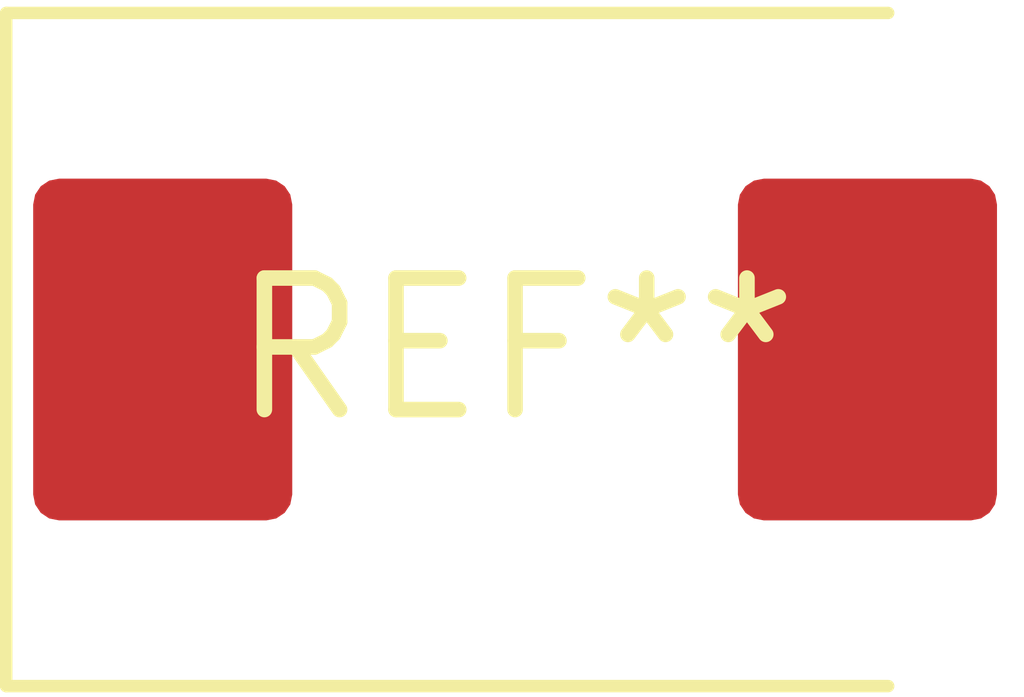
<source format=kicad_pcb>
(kicad_pcb (version 20240108) (generator pcbnew)
  (layers (0 "F.Cu" signal) (31 "B.Cu" signal) (34 "B.Paste" user) (35 "F.Paste" user) (36 "B.SilkS" user "B.Silkscreen") (37 "F.SilkS" user "F.Silkscreen") (38 "B.Mask" user) (39 "F.Mask" user) (44 "Edge.Cuts" user))
  (net 0 "")
  (footprint "D_SMC" (layer "F.Cu") (at 0 0)
    (property "Reference" "REF**")
    (property "Value" "D_SMC")
    (fp_line (start -4.91 -3.25) (end 3.6 -3.25) (layer "F.SilkS") (stroke (width 0.12)))
    (fp_line (start -4.91 3.25) (end -4.91 -3.25) (layer "F.SilkS") (stroke (width 0.12)))
    (fp_line (start -4.91 3.25) (end 3.6 3.25) (layer "F.SilkS") (stroke (width 0.12)))
    (pad "1" smd roundrect (at -3.4 0 90) (size 3.3 2.5) (layers "F.Cu" "F.Paste" "F.Mask") (roundrect_rratio 0.1))
    (pad "2" smd roundrect (at 3.4 0 90) (size 3.3 2.5) (layers "F.Cu" "F.Paste" "F.Mask") (roundrect_rratio 0.1))
  )
)
</source>
